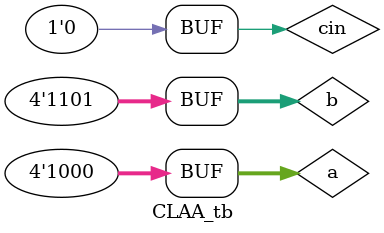
<source format=v>
`timescale 1ns/1ps  

module CLAA(sum, cout, a, b, cin);
    output [3:0] sum;
    output cout;
    input [3:0] a, b;
    input cin;
    wire c1, c2, c3;
    wire g0, g1, g2, g3, p0, p1, p2, p3  ;

    // g = a[x] & b[x]
    // p = a[x] ^ b[x]
    // Ci+1 = Gi + PiCi 
    assign g0 = a[0] & b[0];
    assign g1 = a[1] & b[1];
    assign g2 = a[2] & b[2];
    assign g3 = a[3] & b[3];

    assign p0 = a[0] ^ b[0];
    assign p1 = a[1] ^ b[1];
    assign p2 = a[2] ^ b[2];
    assign p3 = a[3] ^ b[3];

    assign c1 = (a[0] & b[0]) | ((a[0] ^ b[0]) & cin);
    assign c2 = (a[1] & b[1]) | ((a[1] ^ b[1]) & 
        ((a[0] & b[0]) | ((a[0] ^ b[0]) & cin)));
    assign c3 = (a[2] & b[2]) | ((a[2] ^ b[2]) & 
        ((a[1] & b[1]) | ((a[1] ^ b[1]) & 
        ((a[0] & b[0]) | ((a[0] ^ b[0]) & cin)))));
    assign cout = (a[3] & b[3]) | ((a[3] ^ b[3]) & 
        ((a[2] & b[2]) | ((a[2] ^ b[2]) & 
        ((a[1] & b[1]) | ((a[1] ^ b[1]) & 
        ((a[0] & b[0]) | ((a[0] ^ b[0]) & cin)))))));

    // Sum is Si = Pi ^ Ci
    assign sum[0] = cin ^ p0;
    assign sum[1] = c1 ^ p1;
    assign sum[2] = c2 ^ p2;
    assign sum[3] = c3 ^ p3;
    
endmodule // CLAA

module CLAA_tb;
    reg [3:0] a, b;
    reg cin;
    wire [3:0] sum;
    wire cout;

    CLAA claa(sum, cout, a, b, cin);

    initial begin
        #0      a = 4'b0000; b = 4'b0000; cin = 0;
        #10     a = 4'b0000; b = 4'b0000; cin = 1;
        #10     a = 4'b1010; b = 4'b1101; cin = 0;
        #10     a = 4'b0110; b = 4'b1001; cin = 1;
        #10     a = 4'b0010; b = 4'b0010; cin = 0;
        #10     a = 4'b0101; b = 4'b0010; cin = 1;
        #10     a = 4'b1000; b = 4'b0011; cin = 0;
        #10     a = 4'b1100; b = 4'b0011; cin = 1;
        #10     a = 4'b0101; b = 4'b0100; cin = 0;
        #10     a = 4'b0000; b = 4'b0100; cin = 1;
        #10     a = 4'b1000; b = 4'b1101; cin = 0;
    end

    initial begin
        $monitor("\n%d: a=%b b=%b cin=%b sum=%b cout=%b",$time,a,b,cin,sum,cout);
    end
endmodule // CLAA_tb

</source>
